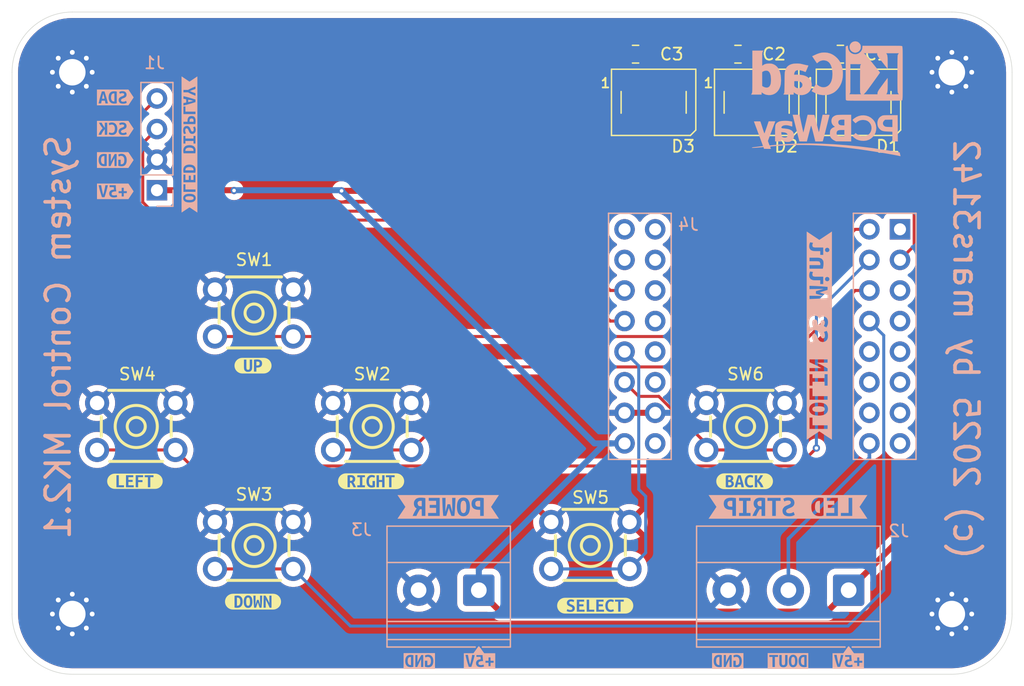
<source format=kicad_pcb>
(kicad_pcb (version 20241229) (generator "pcbnew") (generator_version "9.0")
  (title_block (title "System Control") (date "31.12.2025") (rev "MK2.1") (company "Peter Siegmund") (comment 1 "kicad@mars3142.org") (comment 2 "https://wiki.mars3142.dev/project/maerklin/system_control/start"))
  (layers (0 "F.Cu" signal) (2 "B.Cu" signal) (13 "F.Paste" user) (15 "B.Paste" user) (5 "F.SilkS" user "F.Silkscreen") (7 "B.SilkS" user "B.Silkscreen") (1 "F.Mask" user) (3 "B.Mask" user) (25 "Edge.Cuts" user))
  (net 0 "")
  (net 1 "SCK")
  (net 2 "+5V")
  (net 3 "GND")
  (net 4 "SDA")
  (net 5 "DOUT")
  (net 17 "UP")
  (net 18 "RIGHT")
  (net 19 "DOWN")
  (net 20 "LEFT")
  (net 21 "SELECT")
  (net 22 "BACK")
  (net 31 "Net-(D1-DOUT)")
  (net 32 "Net-(D2-DOUT)")
  (net 33 "LED")
  (footprint "kibuzzard-67898229" (layer "F.Cu") (at 92.41945 79.8224)
    (property "Reference" "kibuzzard-67898229" (hide yes))
    (property "Value" "G***" (hide yes))
  )
  (footprint "LED_SMD:LED_WS2812B_PLCC4_5.0x5.0mm_P3.2mm" (layer "F.Cu") (at 115.86945 48.35115)
    (property "Reference" "D3" (at 2.45 3.65 0) (layer "F.SilkS"))
    (property "Value" "WS2812B")
    (fp_text user "1" (at -4 -1.6 0) (layer "F.SilkS") (effects (font (size 0.8 0.8))))
    (pad "1" smd roundrect (at -2.45 -1.65) (size 1.5 0.9) (layers "F.Cu" "F.Mask" "F.Paste") (roundrect_rratio 0.1) (net 2 "+5V"))
    (pad "2" smd roundrect (at -2.45 1.65) (size 1.5 0.9) (layers "F.Cu" "F.Mask" "F.Paste") (roundrect_rratio 0.1))
    (pad "3" smd roundrect (at 2.45 1.65) (size 1.5 0.9) (layers "F.Cu" "F.Mask" "F.Paste") (roundrect_rratio 0.1) (net 3 "GND"))
    (pad "4" smd roundrect (at 2.45 -1.65) (size 1.5 0.9) (layers "F.Cu" "F.Mask" "F.Paste") (roundrect_rratio 0.1) (net 32 "Net-(D2-DOUT)"))
  )
  (footprint "Capacitor_SMD:C_0805_2012Metric_Pad1.18x1.45mm_HandSolder" (layer "F.Cu") (at 114.36945 44.35115)
    (property "Reference" "C3" (at 3 0 0) (layer "F.SilkS"))
    (property "Value" "100nF")
    (pad "1" smd roundrect (at -1.0375 0) (size 1.175 1.45) (layers "F.Cu" "F.Mask" "F.Paste") (roundrect_rratio 0.212766) (net 2 "+5V"))
    (pad "2" smd roundrect (at 1.0375 0) (size 1.175 1.45) (layers "F.Cu" "F.Mask" "F.Paste") (roundrect_rratio 0.212766) (net 3 "GND"))
  )
  (footprint "MountingHole:MountingHole_2.2mm_M2_Pad_Via" (layer "F.Cu") (at 67.61945 45.85115)
    (property "Reference" "H1" (hide yes))
    (property "Value" "MH1")
    (pad "1" thru_hole circle (at -1.65 0) (size 0.7 0.7) (drill 0.4) (layers "*.Cu" "*.Mask") (net 3 "GND"))
    (pad "1" thru_hole circle (at -1.166726 -1.166726) (size 0.7 0.7) (drill 0.4) (layers "*.Cu" "*.Mask") (net 3 "GND"))
    (pad "1" thru_hole circle (at -1.166726 1.166726) (size 0.7 0.7) (drill 0.4) (layers "*.Cu" "*.Mask") (net 3 "GND"))
    (pad "1" thru_hole circle (at 0 -1.65) (size 0.7 0.7) (drill 0.4) (layers "*.Cu" "*.Mask") (net 3 "GND"))
    (pad "1" thru_hole circle (at 0 0) (size 4.4 4.4) (drill 2.2) (layers "*.Cu" "*.Mask") (net 3 "GND"))
    (pad "1" thru_hole circle (at 0 1.65) (size 0.7 0.7) (drill 0.4) (layers "*.Cu" "*.Mask") (net 3 "GND"))
    (pad "1" thru_hole circle (at 1.166726 -1.166726) (size 0.7 0.7) (drill 0.4) (layers "*.Cu" "*.Mask") (net 3 "GND"))
    (pad "1" thru_hole circle (at 1.166726 1.166726) (size 0.7 0.7) (drill 0.4) (layers "*.Cu" "*.Mask") (net 3 "GND"))
    (pad "1" thru_hole circle (at 1.65 0) (size 0.7 0.7) (drill 0.4) (layers "*.Cu" "*.Mask") (net 3 "GND"))
  )
  (footprint "easyeda2kicad:KEY-TH_4P-L6.0-W6.0-P3.90-LS7.8" (layer "F.Cu") (at 82.7072 65.8511)
    (property "Reference" "SW1" (at 0 -4.4288 0) (layer "F.SilkS"))
    (property "Value" "UP")
    (pad "1" thru_hole circle (at -3.25 1.95) (size 2 2) (drill 1.199896) (layers "*.Cu" "*.Mask") (net 17 "UP"))
    (pad "2" thru_hole circle (at 3.25 1.95) (size 2 2) (drill 1.199896) (layers "*.Cu" "*.Mask") (net 17 "UP"))
    (pad "3" thru_hole circle (at 3.25 -1.95) (size 2 2) (drill 1.199896) (layers "*.Cu" "*.Mask") (net 3 "GND"))
    (pad "4" thru_hole circle (at -3.25 -1.95) (size 2 2) (drill 1.199896) (layers "*.Cu" "*.Mask") (net 3 "GND"))
  )
  (footprint "kibuzzard-67898208" (layer "F.Cu") (at 82.61945 70.2224)
    (property "Reference" "kibuzzard-67898208" (hide yes))
    (property "Value" "G***" (hide yes))
  )
  (footprint "Capacitor_SMD:C_0805_2012Metric_Pad1.18x1.45mm_HandSolder" (layer "F.Cu") (at 122.86945 44.35115)
    (property "Reference" "C2" (at 3 0 0) (layer "F.SilkS"))
    (property "Value" "100nF")
    (pad "1" smd roundrect (at -1.0375 0) (size 1.175 1.45) (layers "F.Cu" "F.Mask" "F.Paste") (roundrect_rratio 0.212766) (net 2 "+5V"))
    (pad "2" smd roundrect (at 1.0375 0) (size 1.175 1.45) (layers "F.Cu" "F.Mask" "F.Paste") (roundrect_rratio 0.212766) (net 3 "GND"))
  )
  (footprint "kibuzzard-678981FB" (layer "F.Cu") (at 123.41945 79.8224)
    (property "Reference" "kibuzzard-678981FB" (hide yes))
    (property "Value" "G***" (hide yes))
  )
  (footprint "easyeda2kicad:KEY-TH_4P-L6.0-W6.0-P3.90-LS7.8" (layer "F.Cu") (at 72.9272 75.2731)
    (property "Reference" "SW4" (at 0.0923 -4.3508 0) (layer "F.SilkS"))
    (property "Value" "LEFT")
    (pad "1" thru_hole circle (at -3.25 1.95) (size 2 2) (drill 1.199896) (layers "*.Cu" "*.Mask") (net 20 "LEFT"))
    (pad "2" thru_hole circle (at 3.25 1.95) (size 2 2) (drill 1.199896) (layers "*.Cu" "*.Mask") (net 20 "LEFT"))
    (pad "3" thru_hole circle (at 3.25 -1.95) (size 2 2) (drill 1.199896) (layers "*.Cu" "*.Mask") (net 3 "GND"))
    (pad "4" thru_hole circle (at -3.25 -1.95) (size 2 2) (drill 1.199896) (layers "*.Cu" "*.Mask") (net 3 "GND"))
  )
  (footprint "MountingHole:MountingHole_2.2mm_M2_Pad_Via" (layer "F.Cu") (at 140.61945 45.85115)
    (property "Reference" "H2" (hide yes))
    (property "Value" "MH2")
    (pad "1" thru_hole circle (at -1.65 0) (size 0.7 0.7) (drill 0.4) (layers "*.Cu" "*.Mask") (net 3 "GND"))
    (pad "1" thru_hole circle (at -1.166726 -1.166726) (size 0.7 0.7) (drill 0.4) (layers "*.Cu" "*.Mask") (net 3 "GND"))
    (pad "1" thru_hole circle (at -1.166726 1.166726) (size 0.7 0.7) (drill 0.4) (layers "*.Cu" "*.Mask") (net 3 "GND"))
    (pad "1" thru_hole circle (at 0 -1.65) (size 0.7 0.7) (drill 0.4) (layers "*.Cu" "*.Mask") (net 3 "GND"))
    (pad "1" thru_hole circle (at 0 0) (size 4.4 4.4) (drill 2.2) (layers "*.Cu" "*.Mask") (net 3 "GND"))
    (pad "1" thru_hole circle (at 0 1.65) (size 0.7 0.7) (drill 0.4) (layers "*.Cu" "*.Mask") (net 3 "GND"))
    (pad "1" thru_hole circle (at 1.166726 -1.166726) (size 0.7 0.7) (drill 0.4) (layers "*.Cu" "*.Mask") (net 3 "GND"))
    (pad "1" thru_hole circle (at 1.166726 1.166726) (size 0.7 0.7) (drill 0.4) (layers "*.Cu" "*.Mask") (net 3 "GND"))
    (pad "1" thru_hole circle (at 1.65 0) (size 0.7 0.7) (drill 0.4) (layers "*.Cu" "*.Mask") (net 3 "GND"))
  )
  (footprint "easyeda2kicad:KEY-TH_4P-L6.0-W6.0-P3.90-LS7.8" (layer "F.Cu") (at 92.5092 75.2731)
    (property "Reference" "SW2" (at 0 -4.3508 0) (layer "F.SilkS"))
    (property "Value" "RIGHT")
    (pad "1" thru_hole circle (at -3.25 1.95) (size 2 2) (drill 1.199896) (layers "*.Cu" "*.Mask") (net 18 "RIGHT"))
    (pad "2" thru_hole circle (at 3.25 1.95) (size 2 2) (drill 1.199896) (layers "*.Cu" "*.Mask") (net 18 "RIGHT"))
    (pad "3" thru_hole circle (at 3.25 -1.95) (size 2 2) (drill 1.199896) (layers "*.Cu" "*.Mask") (net 3 "GND"))
    (pad "4" thru_hole circle (at -3.25 -1.95) (size 2 2) (drill 1.199896) (layers "*.Cu" "*.Mask") (net 3 "GND"))
  )
  (footprint "kibuzzard-678981DB" (layer "F.Cu") (at 111.01945 90.15515)
    (property "Reference" "kibuzzard-678981DB" (hide yes))
    (property "Value" "G***" (hide yes))
  )
  (footprint "easyeda2kicad:KEY-TH_4P-L6.0-W6.0-P3.90-LS7.8" (layer "F.Cu") (at 82.7072 85.1551)
    (property "Reference" "SW3" (at 0 -4.2328 0) (layer "F.SilkS"))
    (property "Value" "DOWN")
    (pad "1" thru_hole circle (at -3.25 1.95) (size 2 2) (drill 1.199896) (layers "*.Cu" "*.Mask") (net 19 "DOWN"))
    (pad "2" thru_hole circle (at 3.25 1.95) (size 2 2) (drill 1.199896) (layers "*.Cu" "*.Mask") (net 19 "DOWN"))
    (pad "3" thru_hole circle (at 3.25 -1.95) (size 2 2) (drill 1.199896) (layers "*.Cu" "*.Mask") (net 3 "GND"))
    (pad "4" thru_hole circle (at -3.25 -1.95) (size 2 2) (drill 1.199896) (layers "*.Cu" "*.Mask") (net 3 "GND"))
  )
  (footprint "MountingHole:MountingHole_2.2mm_M2_Pad_Via" (layer "F.Cu") (at 67.61945 90.85115)
    (property "Reference" "H3" (hide yes))
    (property "Value" "MH3")
    (pad "1" thru_hole circle (at -1.65 0) (size 0.7 0.7) (drill 0.4) (layers "*.Cu" "*.Mask") (net 3 "GND"))
    (pad "1" thru_hole circle (at -1.166726 -1.166726) (size 0.7 0.7) (drill 0.4) (layers "*.Cu" "*.Mask") (net 3 "GND"))
    (pad "1" thru_hole circle (at -1.166726 1.166726) (size 0.7 0.7) (drill 0.4) (layers "*.Cu" "*.Mask") (net 3 "GND"))
    (pad "1" thru_hole circle (at 0 -1.65) (size 0.7 0.7) (drill 0.4) (layers "*.Cu" "*.Mask") (net 3 "GND"))
    (pad "1" thru_hole circle (at 0 0) (size 4.4 4.4) (drill 2.2) (layers "*.Cu" "*.Mask") (net 3 "GND"))
    (pad "1" thru_hole circle (at 0 1.65) (size 0.7 0.7) (drill 0.4) (layers "*.Cu" "*.Mask") (net 3 "GND"))
    (pad "1" thru_hole circle (at 1.166726 -1.166726) (size 0.7 0.7) (drill 0.4) (layers "*.Cu" "*.Mask") (net 3 "GND"))
    (pad "1" thru_hole circle (at 1.166726 1.166726) (size 0.7 0.7) (drill 0.4) (layers "*.Cu" "*.Mask") (net 3 "GND"))
    (pad "1" thru_hole circle (at 1.65 0) (size 0.7 0.7) (drill 0.4) (layers "*.Cu" "*.Mask") (net 3 "GND"))
  )
  (footprint "easyeda2kicad:KEY-TH_4P-L6.0-W6.0-P3.90-LS7.8" (layer "F.Cu") (at 123.4972 75.2731)
    (property "Reference" "SW6" (at 0 -4.3508 0) (layer "F.SilkS"))
    (property "Value" "BACK")
    (pad "1" thru_hole circle (at -3.25 1.95) (size 2 2) (drill 1.199896) (layers "*.Cu" "*.Mask") (net 22 "BACK"))
    (pad "2" thru_hole circle (at 3.25 1.95) (size 2 2) (drill 1.199896) (layers "*.Cu" "*.Mask") (net 22 "BACK"))
    (pad "3" thru_hole circle (at 3.25 -1.95) (size 2 2) (drill 1.199896) (layers "*.Cu" "*.Mask") (net 3 "GND"))
    (pad "4" thru_hole circle (at -3.25 -1.95) (size 2 2) (drill 1.199896) (layers "*.Cu" "*.Mask") (net 3 "GND"))
  )
  (footprint "kibuzzard-67898221" (layer "F.Cu") (at 72.81945 79.8224)
    (property "Reference" "kibuzzard-67898221" (hide yes))
    (property "Value" "G***" (hide yes))
  )
  (footprint "LED_SMD:LED_WS2812B_PLCC4_5.0x5.0mm_P3.2mm" (layer "F.Cu") (at 132.86945 48.35115)
    (property "Reference" "D1" (at 2.45 3.65 0) (layer "F.SilkS"))
    (property "Value" "WS2812B")
    (fp_text user "1" (at -4 -1.6 0) (layer "F.SilkS") (effects (font (size 0.8 0.8))))
    (pad "1" smd roundrect (at -2.45 -1.65) (size 1.5 0.9) (layers "F.Cu" "F.Mask" "F.Paste") (roundrect_rratio 0.1) (net 2 "+5V"))
    (pad "2" smd roundrect (at -2.45 1.65) (size 1.5 0.9) (layers "F.Cu" "F.Mask" "F.Paste") (roundrect_rratio 0.1) (net 31 "Net-(D1-DOUT)"))
    (pad "3" smd roundrect (at 2.45 1.65) (size 1.5 0.9) (layers "F.Cu" "F.Mask" "F.Paste") (roundrect_rratio 0.1) (net 3 "GND"))
    (pad "4" smd roundrect (at 2.45 -1.65) (size 1.5 0.9) (layers "F.Cu" "F.Mask" "F.Paste") (roundrect_rratio 0.1) (net 33 "LED"))
  )
  (footprint "kibuzzard-67898217" (layer "F.Cu") (at 82.61945 89.8224)
    (property "Reference" "kibuzzard-67898217" (hide yes))
    (property "Value" "G***" (hide yes))
  )
  (footprint "easyeda2kicad:KEY-TH_4P-L6.0-W6.0-P3.90-LS7.8" (layer "F.Cu") (at 110.6195 85.1551)
    (property "Reference" "SW5" (at 0.0163 -3.9788 0) (layer "F.SilkS"))
    (property "Value" "SELECT")
    (pad "1" thru_hole circle (at -3.25 1.95) (size 2 2) (drill 1.199896) (layers "*.Cu" "*.Mask") (net 21 "SELECT"))
    (pad "2" thru_hole circle (at 3.25 1.95) (size 2 2) (drill 1.199896) (layers "*.Cu" "*.Mask") (net 21 "SELECT"))
    (pad "3" thru_hole circle (at 3.25 -1.95) (size 2 2) (drill 1.199896) (layers "*.Cu" "*.Mask") (net 3 "GND"))
    (pad "4" thru_hole circle (at -3.25 -1.95) (size 2 2) (drill 1.199896) (layers "*.Cu" "*.Mask") (net 3 "GND"))
  )
  (footprint "Capacitor_SMD:C_0805_2012Metric_Pad1.18x1.45mm_HandSolder" (layer "F.Cu") (at 131.36945 44.35115)
    (property "Reference" "C1" (at 3 0 0) (layer "F.SilkS"))
    (property "Value" "100nF")
    (pad "1" smd roundrect (at -1.0375 0) (size 1.175 1.45) (layers "F.Cu" "F.Mask" "F.Paste") (roundrect_rratio 0.212766) (net 2 "+5V"))
    (pad "2" smd roundrect (at 1.0375 0) (size 1.175 1.45) (layers "F.Cu" "F.Mask" "F.Paste") (roundrect_rratio 0.212766) (net 3 "GND"))
  )
  (footprint "LED_SMD:LED_WS2812B_PLCC4_5.0x5.0mm_P3.2mm" (layer "F.Cu") (at 124.41945 48.35115)
    (property "Reference" "D2" (at 2.45 3.65 0) (layer "F.SilkS"))
    (property "Value" "WS2812B")
    (fp_text user "1" (at -4 -1.6 0) (layer "F.SilkS") (effects (font (size 0.8 0.8))))
    (pad "1" smd roundrect (at -2.45 -1.65) (size 1.5 0.9) (layers "F.Cu" "F.Mask" "F.Paste") (roundrect_rratio 0.1) (net 2 "+5V"))
    (pad "2" smd roundrect (at -2.45 1.65) (size 1.5 0.9) (layers "F.Cu" "F.Mask" "F.Paste") (roundrect_rratio 0.1) (net 32 "Net-(D2-DOUT)"))
    (pad "3" smd roundrect (at 2.45 1.65) (size 1.5 0.9) (layers "F.Cu" "F.Mask" "F.Paste") (roundrect_rratio 0.1) (net 3 "GND"))
    (pad "4" smd roundrect (at 2.45 -1.65) (size 1.5 0.9) (layers "F.Cu" "F.Mask" "F.Paste") (roundrect_rratio 0.1) (net 31 "Net-(D1-DOUT)"))
  )
  (footprint "MountingHole:MountingHole_2.2mm_M2_Pad_Via" (layer "F.Cu") (at 140.61945 90.85115)
    (property "Reference" "H4" (hide yes))
    (property "Value" "MH4")
    (pad "1" thru_hole circle (at -1.65 0) (size 0.7 0.7) (drill 0.4) (layers "*.Cu" "*.Mask") (net 3 "GND"))
    (pad "1" thru_hole circle (at -1.166726 -1.166726) (size 0.7 0.7) (drill 0.4) (layers "*.Cu" "*.Mask") (net 3 "GND"))
    (pad "1" thru_hole circle (at -1.166726 1.166726) (size 0.7 0.7) (drill 0.4) (layers "*.Cu" "*.Mask") (net 3 "GND"))
    (pad "1" thru_hole circle (at 0 -1.65) (size 0.7 0.7) (drill 0.4) (layers "*.Cu" "*.Mask") (net 3 "GND"))
    (pad "1" thru_hole circle (at 0 0) (size 4.4 4.4) (drill 2.2) (layers "*.Cu" "*.Mask") (net 3 "GND"))
    (pad "1" thru_hole circle (at 0 1.65) (size 0.7 0.7) (drill 0.4) (layers "*.Cu" "*.Mask") (net 3 "GND"))
    (pad "1" thru_hole circle (at 1.166726 -1.166726) (size 0.7 0.7) (drill 0.4) (layers "*.Cu" "*.Mask") (net 3 "GND"))
    (pad "1" thru_hole circle (at 1.166726 1.166726) (size 0.7 0.7) (drill 0.4) (layers "*.Cu" "*.Mask") (net 3 "GND"))
    (pad "1" thru_hole circle (at 1.65 0) (size 0.7 0.7) (drill 0.4) (layers "*.Cu" "*.Mask") (net 3 "GND"))
  )
  (footprint "TerminalBlock_Phoenix:TerminalBlock_Phoenix_MKDS-1,5-3_1x03_P5.00mm_Horizontal" (layer "B.Cu") (at 132.0532 88.8709 180)
    (property "Reference" "J2" (at -4.16625 4.91975 0) (layer "B.SilkS") (effects (justify mirror)))
    (property "Value" "Output")
    (pad "1" thru_hole roundrect (at 0 0 180) (size 2.6 2.6) (drill 1.3) (layers "*.Cu" "*.Mask") (roundrect_rratio 0.096154) (net 2 "+5V"))
    (pad "2" thru_hole circle (at 5 0 180) (size 2.6 2.6) (drill 1.3) (layers "*.Cu" "*.Mask") (net 5 "DOUT"))
    (pad "3" thru_hole circle (at 10 0 180) (size 2.6 2.6) (drill 1.3) (layers "*.Cu" "*.Mask") (net 3 "GND"))
  )
  (footprint "kibuzzard-678980A4" (layer "B.Cu") (at 101.41945 94.75115 180)
    (property "Reference" "kibuzzard-678980A4" (hide yes))
    (property "Value" "G***" (hide yes))
  )
  (footprint "kibuzzard-67898074" (layer "B.Cu") (at 71.1892 53.1434 180)
    (property "Reference" "kibuzzard-67898074" (hide yes))
    (property "Value" "G***" (hide yes))
  )
  (footprint "kibuzzard-678980E8" (layer "B.Cu") (at 127.01945 94.75115 180)
    (property "Reference" "kibuzzard-678980E8" (hide yes))
    (property "Value" "G***" (hide yes))
  )
  (footprint "wemos:PinSocket_S3 Mini" (layer "B.Cu") (at 124.6195 67.8511 180)
    (property "Reference" "J4" (at 5.8695 9.3511 0) (layer "B.SilkS") (effects (justify mirror)))
    (property "Value" "Conn_S3 Mini")
    (pad "1" thru_hole rect (at -11.696 8.954 180) (size 1.7 1.7) (drill oval 1) (layers "*.Cu" "*.Mask"))
    (pad "2" thru_hole oval (at -11.696 6.414 180) (size 1.7 1.7) (drill 1) (layers "*.Cu" "*.Mask") (net 33 "LED"))
    (pad "3" thru_hole oval (at -11.696 3.874 180) (size 1.7 1.7) (drill 1) (layers "*.Cu" "*.Mask"))
    (pad "4" thru_hole oval (at -11.696 1.334 180) (size 1.7 1.7) (drill 1) (layers "*.Cu" "*.Mask"))
    (pad "5" thru_hole oval (at -11.696 -1.206 180) (size 1.7 1.7) (drill 1) (layers "*.Cu" "*.Mask"))
    (pad "6" thru_hole oval (at -11.696 -3.746 180) (size 1.7 1.7) (drill 1) (layers "*.Cu" "*.Mask"))
    (pad "7" thru_hole oval (at -11.696 -6.286 180) (size 1.7 1.7) (drill 1) (layers "*.Cu" "*.Mask"))
    (pad "8" thru_hole oval (at -11.696 -8.826 180) (size 1.7 1.7) (drill 1) (layers "*.Cu" "*.Mask"))
    (pad "9" thru_hole oval (at -9.156 8.954 180) (size 1.7 1.7) (drill 1) (layers "*.Cu" "*.Mask") (net 17 "UP"))
    (pad "10" thru_hole oval (at -9.156 6.414 180) (size 1.7 1.7) (drill 1) (layers "*.Cu" "*.Mask") (net 20 "LEFT"))
    (pad "11" thru_hole oval (at -9.156 3.874 180) (size 1.7 1.7) (drill 1) (layers "*.Cu" "*.Mask") (net 18 "RIGHT"))
    (pad "12" thru_hole oval (at -9.156 1.334 180) (size 1.7 1.7) (drill 1) (layers "*.Cu" "*.Mask") (net 19 "DOWN"))
    (pad "13" thru_hole oval (at -9.156 -1.206 180) (size 1.7 1.7) (drill 1) (layers "*.Cu" "*.Mask"))
    (pad "14" thru_hole oval (at -9.156 -3.746 180) (size 1.7 1.7) (drill 1) (layers "*.Cu" "*.Mask"))
    (pad "15" thru_hole oval (at -9.156 -6.286 180) (size 1.7 1.7) (drill 1) (layers "*.Cu" "*.Mask"))
    (pad "16" thru_hole oval (at -9.156 -8.826 180) (size 1.7 1.7) (drill 1) (layers "*.Cu" "*.Mask") (net 5 "DOUT"))
    (pad "17" thru_hole oval (at 8.624 8.954 180) (size 1.7 1.7) (drill 1) (layers "*.Cu" "*.Mask"))
    (pad "18" thru_hole oval (at 8.624 6.414 180) (size 1.7 1.7) (drill 1) (layers "*.Cu" "*.Mask"))
    (pad "19" thru_hole oval (at 8.624 3.874 180) (size 1.7 1.7) (drill 1) (layers "*.Cu" "*.Mask"))
    (pad "20" thru_hole oval (at 8.624 1.334 180) (size 1.7 1.7) (drill 1) (layers "*.Cu" "*.Mask"))
    (pad "21" thru_hole oval (at 8.624 -1.206 180) (size 1.7 1.7) (drill 1) (layers "*.Cu" "*.Mask"))
    (pad "22" thru_hole oval (at 8.624 -3.746 180) (size 1.7 1.7) (drill 1) (layers "*.Cu" "*.Mask"))
    (pad "23" thru_hole oval (at 8.624 -6.286 180) (size 1.7 1.7) (drill 1) (layers "*.Cu" "*.Mask") (net 3 "GND"))
    (pad "24" thru_hole oval (at 8.624 -8.826 180) (size 1.7 1.7) (drill 1) (layers "*.Cu" "*.Mask"))
    (pad "25" thru_hole oval (at 11.164 8.954 180) (size 1.7 1.7) (drill 1) (layers "*.Cu" "*.Mask"))
    (pad "26" thru_hole oval (at 11.164 6.414 180) (size 1.7 1.7) (drill 1) (layers "*.Cu" "*.Mask"))
    (pad "27" thru_hole oval (at 11.164 3.874 180) (size 1.7 1.7) (drill 1) (layers "*.Cu" "*.Mask") (net 1 "SCK"))
    (pad "28" thru_hole oval (at 11.164 1.334 180) (size 1.7 1.7) (drill 1) (layers "*.Cu" "*.Mask") (net 4 "SDA"))
    (pad "29" thru_hole oval (at 11.164 -1.206 180) (size 1.7 1.7) (drill 1) (layers "*.Cu" "*.Mask") (net 21 "SELECT"))
    (pad "30" thru_hole oval (at 11.164 -3.746 180) (size 1.7 1.7) (drill 1) (layers "*.Cu" "*.Mask") (net 22 "BACK"))
    (pad "31" thru_hole oval (at 11.164 -6.286 180) (size 1.7 1.7) (drill 1) (layers "*.Cu" "*.Mask") (net 3 "GND"))
    (pad "32" thru_hole oval (at 11.164 -8.826 180) (size 1.7 1.7) (drill 1) (layers "*.Cu" "*.Mask") (net 2 "+5V"))
  )
  (footprint "kibuzzard-67897FC0" (layer "B.Cu") (at 129.61945 67.72715 90)
    (property "Reference" "kibuzzard-67897FC0" (hide yes))
    (property "Value" "G***" (hide yes))
  )
  (footprint "kibuzzard-678A131B" (layer "B.Cu") (at 98.81945 81.95115 180)
    (property "Reference" "kibuzzard-678A131B" (hide yes))
    (property "Value" "G***" (hide yes))
  )
  (footprint "Symbol:KiCad-Logo_5mm_SilkScreen" (layer "B.Cu") (at 130.255698 46.267938 180)
    (property "Reference" "REF**" (hide yes))
    (property "Value" "KiCad-Logo_5mm_SilkScreen" (hide yes))
  )
  (footprint "kibuzzard-678A1323" (layer "B.Cu") (at 127.01945 81.95115 180)
    (property "Reference" "kibuzzard-678A1323" (hide yes))
    (property "Value" "G***" (hide yes))
  )
  (footprint "kibuzzard-67898040" (layer "B.Cu") (at 71.1892 47.9434 180)
    (property "Reference" "kibuzzard-67898040" (hide yes))
    (property "Value" "G***" (hide yes))
  )
  (footprint "sponsors:PCBWay (5mm)" (layer "B.Cu") (at 130.25 51 180)
    (property "Reference" "G***" (hide yes))
    (property "Value" "LOGO" (hide yes))
  )
  (footprint "Connector_PinSocket_2.54mm:PinSocket_1x04_P2.54mm_Vertical" (layer "B.Cu") (at 74.6445 55.6511)
    (property "Reference" "J1" (at -0.2 -10.58 0) (layer "B.SilkS") (effects (justify mirror)))
    (property "Value" "Female Header" (hide yes))
    (pad "1" thru_hole rect (at 0 0) (size 1.7 1.7) (drill 1) (layers "*.Cu" "*.Mask") (net 2 "+5V"))
    (pad "2" thru_hole circle (at 0 -2.54) (size 1.7 1.7) (drill 1) (layers "*.Cu" "*.Mask") (net 3 "GND"))
    (pad "3" thru_hole circle (at 0 -5.08) (size 1.7 1.7) (drill 1) (layers "*.Cu" "*.Mask") (net 1 "SCK"))
    (pad "4" thru_hole circle (at 0 -7.62) (size 1.7 1.7) (drill 1) (layers "*.Cu" "*.Mask") (net 4 "SDA"))
  )
  (footprint "kibuzzard-67898062" (layer "B.Cu") (at 71.1892 50.5434 180)
    (property "Reference" "kibuzzard-67898062" (hide yes))
    (property "Value" "G***" (hide yes))
  )
  (footprint "kibuzzard-67898084" (layer "B.Cu") (at 71.1892 55.7434 180)
    (property "Reference" "kibuzzard-67898084" (hide yes))
    (property "Value" "G***" (hide yes))
  )
  (footprint "kibuzzard-678A1332" (layer "B.Cu") (at 96.41945 94.75115 180)
    (property "Reference" "kibuzzard-678A1332" (hide yes))
    (property "Value" "G***" (hide yes))
  )
  (footprint "kibuzzard-67898102" (layer "B.Cu") (at 132.01945 94.75115 180)
    (property "Reference" "kibuzzard-67898102" (hide yes))
    (property "Value" "G***" (hide yes))
  )
  (footprint "TerminalBlock_Phoenix:TerminalBlock_Phoenix_MKDS-1,5-2_1x02_P5.00mm_Horizontal" (layer "B.Cu") (at 101.3592 88.8709 180)
    (property "Reference" "J3" (at 9.73975 5.01975 0) (layer "B.SilkS") (effects (justify mirror)))
    (property "Value" "Input")
    (pad "1" thru_hole roundrect (at 0 0 180) (size 2.6 2.6) (drill 1.3) (layers "*.Cu" "*.Mask") (roundrect_rratio 0.096154) (net 2 "+5V"))
    (pad "2" thru_hole circle (at 5 0 180) (size 2.6 2.6) (drill 1.3) (layers "*.Cu" "*.Mask") (net 3 "GND"))
  )
  (footprint "kibuzzard-6859B258" (layer "B.Cu") (at 77.34445 51.85115 90)
    (property "Reference" "kibuzzard-6859B258" (hide yes))
    (property "Value" "G***" (hide yes))
  )
  (footprint "kibuzzard-678980F4" (layer "B.Cu") (at 122.01945 94.75115 180)
    (property "Reference" "kibuzzard-678980F4" (hide yes))
    (property "Value" "G***" (hide yes))
  )
  (gr_arc (start 62.61945 45.85115) (mid 64.083916 42.315616) (end 67.61945 40.85115) (stroke (width 0.05)) (layer "Edge.Cuts"))
  (gr_arc (start 67.61945 95.85115) (mid 64.083916 94.386684) (end 62.61945 90.85115) (stroke (width 0.05)) (layer "Edge.Cuts"))
  (gr_line (start 145.61945 90.85115) (end 145.61945 45.85115) (stroke (width 0.05)) (layer "Edge.Cuts"))
  (gr_arc (start 145.61945 90.85115) (mid 144.154984 94.386684) (end 140.61945 95.85115) (stroke (width 0.05)) (layer "Edge.Cuts"))
  (gr_line (start 62.61945 45.85115) (end 62.61945 90.85115) (stroke (width 0.05)) (layer "Edge.Cuts"))
  (gr_line (start 140.6195 40.85115) (end 67.61945 40.85115) (stroke (width 0.05)) (layer "Edge.Cuts"))
  (gr_line (start 67.61945 95.85115) (end 140.61945 95.85115) (stroke (width 0.05)) (layer "Edge.Cuts"))
  (gr_arc (start 140.61945 40.85115) (mid 144.154984 42.315616) (end 145.61945 45.85115) (stroke (width 0.05)) (layer "Edge.Cuts"))
  (gr_text "(c) 2025 by mars3142" (at 140.61945 68.85115 270) (layer "B.SilkS") (effects (font (size 2 2) (thickness 0.3) (bold yes)) (justify bottom mirror)))
  (gr_text "System Control MK2.1" (at 67.61945 67.85115 90) (layer "B.SilkS") (effects (font (size 2 2) (thickness 0.3)) (justify bottom mirror)))
  (segment (start 73.4678 56.6422) (end 74.2174 57.3918) (width 0.25) (layer "F.Cu") (net 1))
  (segment (start 73.4678 51.7478) (end 73.4678 56.6422) (width 0.25) (layer "F.Cu") (net 1))
  (segment (start 74.2174 57.3918) (end 105.6935 57.3918) (width 0.25) (layer "F.Cu") (net 1))
  (segment (start 74.6445 50.5711) (end 73.4678 51.7478) (width 0.25) (layer "F.Cu") (net 1))
  (segment (start 112.2788 63.9771) (end 113.4555 63.9771) (width 0.25) (layer "F.Cu") (net 1))
  (segment (start 105.6935 57.3918) (end 112.2788 63.9771) (width 0.25) (layer "F.Cu") (net 1))
  (segment (start 138.36945 47.85115) (end 133.36945 42.85115) (width 0.5) (layer "F.Cu") (net 2))
  (segment (start 81.04445 55.67615) (end 81.0194 55.6511) (width 0.5) (layer "F.Cu") (net 2))
  (segment (start 113.33195 44.35115) (end 113.33195 44.06365) (width 0.5) (layer "F.Cu") (net 2))
  (segment (start 130.33195 46.61365) (end 130.41945 46.70115) (width 0.5) (layer "F.Cu") (net 2))
  (segment (start 103.1381 90.6498) (end 101.3592 88.8709) (width 0.5) (layer "F.Cu") (net 2))
  (segment (start 120.36945 42.85115) (end 112.11945 42.85115) (width 0.5) (layer "F.Cu") (net 2))
  (segment (start 74.6445 55.6511) (end 74.84455 55.85115) (width 0.5) (layer "F.Cu") (net 2))
  (segment (start 113.33195 44.06365) (end 112.11945 42.85115) (width 0.5) (layer "F.Cu") (net 2))
  (segment (start 122.33195 44.35115) (end 122.33195 44.31365) (width 0.5) (layer "F.Cu") (net 2))
  (segment (start 127.36945 42.85115) (end 120.36945 42.85115) (width 0.5) (layer "F.Cu") (net 2))
  (segment (start 112.11945 42.85115) (end 111.21945 42.85115) (width 0.5) (layer "F.Cu") (net 2))
  (segment (start 130.33195 44.31365) (end 128.86945 42.85115) (width 0.5) (layer "F.Cu") (net 2))
  (segment (start 98.36945 55.70115) (end 89.96945 55.70115) (width 0.5) (layer "F.Cu") (net 2))
  (segment (start 121.83195 46.56365) (end 121.96945 46.70115) (width 0.5) (layer "F.Cu") (net 2))
  (segment (start 130.2743 90.6498) (end 103.1381 90.6498) (width 0.5) (layer "F.Cu") (net 2))
  (segment (start 113.33195 44.35115) (end 113.33195 46.61365) (width 0.5) (layer "F.Cu") (net 2))
  (segment (start 130.33195 44.35115) (end 130.33195 46.61365) (width 0.5) (layer "F.Cu") (net 2))
  (segment (start 121.83195 44.31365) (end 120.36945 42.85115) (width 0.5) (layer "F.Cu") (net 2))
  (segment (start 111.21945 42.85115) (end 98.36945 55.70115) (width 0.5) (layer "F.Cu") (net 2))
  (segment (start 121.83195 44.35115) (end 121.83195 44.31365) (width 0.5) (layer "F.Cu") (net 2))
  (segment (start 128.86945 42.85115) (end 127.36945 42.85115) (width 0.5) (layer "F.Cu") (net 2))
  (segment (start 132.0532 88.8709) (end 130.2743 90.6498) (width 0.5) (layer "F.Cu") (net 2))
  (segment (start 132.0532 88.8709) (end 138.36945 82.55465) (width 0.5) (layer "F.Cu") (net 2))
  (segment (start 113.33195 46.61365) (end 113.41945 46.70115) (width 0.5) (layer "F.Cu") (net 2))
  (segment (start 121.83195 44.35115) (end 121.83195 46.56365) (width 0.5) (layer "F.Cu") (net 2))
  (segment (start 130.33195 44.35115) (end 130.33195 44.31365) (width 0.5) (layer "F.Cu") (net 2))
  (segment (start 133.36945 42.85115) (end 127.36945 42.85115) (width 0.5) (layer "F.Cu") (net 2))
  (segment (start 81.0194 55.6511) (end 74.6445 55.6511) (width 0.5) (layer "F.Cu") (net 2))
  (segment (start 138.36945 82.55465) (end 138.36945 47.85115) (width 0.5) (layer "F.Cu") (net 2))
  (via (at 81.04445 55.67615) (size 0.6) (drill 0.3) (layers "F.Cu" "B.Cu") (net 2))
  (via (at 89.96945 55.70115) (size 0.6) (drill 0.3) (layers "F.Cu" "B.Cu") (net 2))
  (segment (start 110.9454 76.6771) (end 112.36945 76.6771) (width 0.5) (layer "B.Cu") (net 2))
  (segment (start 101.3592 87.1365) (end 101.3592 88.8709) (width 0.5) (layer "B.Cu") (net 2))
  (segment (start 81.06945 55.65115) (end 89.91945 55.65115) (width 0.5) (layer "B.Cu") (net 2))
  (segment (start 113.4555 76.6771) (end 111.8186 76.6771) (width 0.5) (layer "B.Cu") (net 2))
  (segment (start 111.8186 76.6771) (end 101.3592 87.1365) (width 0.5) (layer "B.Cu") (net 2))
  (segment (start 81.04445 55.67615) (end 81.06945 55.65115) (width 0.5) (layer "B.Cu") (net 2))
  (segment (start 89.91945 55.65115) (end 89.96945 55.70115) (width 0.5) (layer "B.Cu") (net 2))
  (segment (start 89.96945 55.70115) (end 110.9454 76.6771) (width 0.5) (layer "B.Cu") (net 2))
  (segment (start 73.900403 58.132103) (end 103.893803 58.132103) (width 0.25) (layer "F.Cu") (net 4))
  (segment (start 74.6445 48.0311) (end 72.61945 50.05615) (width 0.25) (layer "F.Cu") (net 4))
  (segment (start 72.61945 50.05615) (end 72.61945 56.85115) (width 0.25) (layer "F.Cu") (net 4))
  (segment (start 72.61945 56.85115) (end 73.900403 58.132103) (width 0.25) (layer "F.Cu") (net 4))
  (segment (start 103.893803 58.132103) (end 112.2788 66.5171) (width 0.25) (layer "F.Cu") (net 4))
  (segment (start 112.2788 66.5171) (end 113.4555 66.5171) (width 0.25) (layer "F.Cu") (net 4))
  (segment (start 127.0532 84.6011) (end 127.0532 88.8709) (width 0.3) (layer "B.Cu") (net 5))
  (segment (start 133.7755 76.6771) (end 133.7755 77.8788) (width 0.3) (layer "B.Cu") (net 5))
  (segment (start 133.7755 77.8788) (end 127.0532 84.6011) (width 0.3) (layer "B.Cu") (net 5))
  (segment (start 85.9572 67.8011) (end 79.4572 67.8011) (width 0.25) (layer "F.Cu") (net 17))
  (segment (start 123.6948 67.8011) (end 85.9572 67.8011) (width 0.25) (layer "F.Cu") (net 17))
  (segment (start 132.5988 58.8971) (end 123.6948 67.8011) (width 0.25) (layer "F.Cu") (net 17))
  (segment (start 133.7755 58.8971) (end 132.5988 58.8971) (width 0.25) (layer "F.Cu") (net 17))
  (segment (start 102.6552 70.3271) (end 95.7592 77.2231) (width 0.25) (layer "F.Cu") (net 18))
  (segment (start 133.7755 63.9771) (end 132.5988 63.9771) (width 0.25) (layer "F.Cu") (net 18))
  (segment (start 126.2488 70.3271) (end 102.6552 70.3271) (width 0.25) (layer "F.Cu") (net 18))
  (segment (start 132.5988 63.9771) (end 126.2488 70.3271) (width 0.25) (layer "F.Cu") (net 18))
  (segment (start 95.7592 77.2231) (end 89.2592 77.2231) (width 0.25) (layer "F.Cu") (net 18))
  (segment (start 79.4572 87.1051) (end 85.9572 87.1051) (width 0.25) (layer "F.Cu") (net 19))
  (segment (start 131.994464 91.85115) (end 90.70325 91.85115) (width 0.25) (layer "B.Cu") (net 19))
  (segment (start 90.70325 91.85115) (end 85.9572 87.1051) (width 0.25) (layer "B.Cu") (net 19))
  (segment (start 134.9661 67.7077) (end 134.9661 88.879514) (width 0.25) (layer "B.Cu") (net 19))
  (segment (start 133.7755 66.5171) (end 134.9661 67.7077) (width 0.25) (layer "B.Cu") (net 19))
  (segment (start 134.9661 88.879514) (end 131.994464 91.85115) (width 0.25) (layer "B.Cu") (net 19))
  (segment (start 76.1772 77.2231) (end 77.5083 78.5542) (width 0.25) (layer "F.Cu") (net 20))
  (segment (start 77.5083 78.5542) (end 127.8906 78.5542) (width 0.25) (layer "F.Cu") (net 20))
  (segment (start 127.8906 78.5542) (end 129.3782 77.0666) (width 0.25) (layer "F.Cu") (net 20))
  (segment (start 69.6772 77.2231) (end 76.1772 77.2231) (width 0.25) (layer "F.Cu") (net 20))
  (via (at 129.3782 77.0666) (size 0.6) (drill 0.3) (layers "F.Cu" "B.Cu") (net 20))
  (segment (start 129.3782 77.0666) (end 129.3782 66.6434) (width 0.25) (layer "B.Cu") (net 20))
  (segment (start 133.7755 61.4371) (end 129.3782 65.8344) (width 0.25) (layer "B.Cu") (net 20))
  (segment (start 129.3782 65.8344) (end 129.3782 66.6434) (width 0.25) (layer "B.Cu") (net 20))
  (segment (start 107.3695 87.1051) (end 113.8695 87.1051) (width 0.25) (layer "B.Cu") (net 21))
  (segment (start 114.6322 70.2338) (end 113.4555 69.0571) (width 0.25) (layer "B.Cu") (net 21))
  (segment (start 114.6322 80.4954) (end 114.6322 70.2338) (width 0.25) (layer "B.Cu") (net 21))
  (segment (start 115.2089 85.7657) (end 113.8695 87.1051) (width 0.25) (layer "B.Cu") (net 21))
  (segment (start 114.6322 80.4954) (end 115.2089 81.0721) (width 0.25) (layer "B.Cu") (net 21))
  (segment (start 115.2089 81.0721) (end 115.2089 85.7657) (width 0.25) (layer "B.Cu") (net 21))
  (segment (start 120.2472 76.7216) (end 120.2472 77.2231) (width 0.25) (layer "F.Cu") (net 22))
  (segment (start 126.7472 77.2231) (end 120.2472 77.2231) (width 0.25) (layer "F.Cu") (net 22))
  (segment (start 113.4555 71.5971) (end 114.6315 72.7731) (width 0.25) (layer "F.Cu") (net 22))
  (segment (start 116.2987 72.7731) (end 120.2472 76.7216) (width 0.25) (layer "F.Cu") (net 22))
  (segment (start 114.6315 72.7731) (end 116.2987 72.7731) (width 0.25) (layer "F.Cu") (net 22))
  (segment (start 127.11945 46.70115) (end 126.86945 46.70115) (width 0.25) (layer "F.Cu") (net 31))
  (segment (start 130.41945 50.00115) (end 127.11945 46.70115) (width 0.25) (layer "F.Cu") (net 31))
  (segment (start 121.96945 50.00115) (end 118.66945 46.70115) (width 0.25) (layer "F.Cu") (net 32))
  (segment (start 118.66945 46.70115) (end 118.31945 46.70115) (width 0.25) (layer "F.Cu") (net 32))
  (segment (start 137.4915 60.2611) (end 137.4915 48.8732) (width 0.25) (layer "F.Cu") (net 33))
  (segment (start 137.4915 48.8732) (end 135.31945 46.70115) (width 0.25) (layer "F.Cu") (net 33))
  (segment (start 136.3155 61.4371) (end 137.4915 60.2611) (width 0.25) (layer "F.Cu") (net 33))
  (zone (net 3) (net_name "GND") (layers "F.Cu" "B.Cu") (connect_pads (clearance 0.5)) (min_thickness 0.25) (fill yes (thermal_gap 0.5) (thermal_bridge_width 0.5))
    (polygon (pts (xy 65.61945 39.85115) (xy 142.61945 39.85115) (xy 146.61945 43.85115) (xy 146.61945 93.85115) (xy 143.61945 96.85115) (xy 65.61945 96.85115) (xy 61.61945 92.85115) (xy 61.61945 43.85115)))
  )
)
</source>
